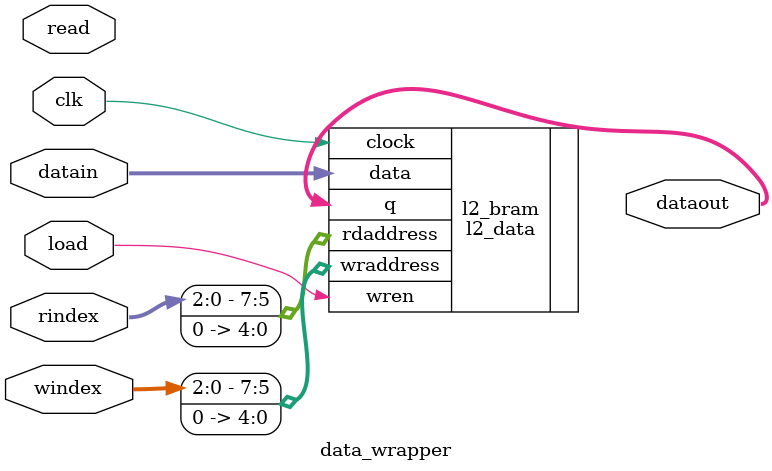
<source format=sv>
module data_wrapper #(
    parameter s_index = 3,
    parameter s_offset = 5
)
(
    clk,
    read,
	 load,
    rindex,
    windex,
    datain,
    dataout
);

localparam s_mask   = 2**s_offset;
localparam s_line   = 8*s_mask;
localparam num_sets = 2**s_index;

input clk;
input read;
input load;
input [s_index-1:0] rindex;
input [s_index-1:0] windex;
input [s_line-1:0] datain;
output logic [s_line-1:0] dataout;

l2_data l2_bram (
	.clock (clk),
	.data (datain),
	.rdaddress ({rindex, 5'b0}),
	.wraddress ({windex, 5'b0}),
	.wren (load),
	.q (dataout)
);

endmodule : data_wrapper
</source>
